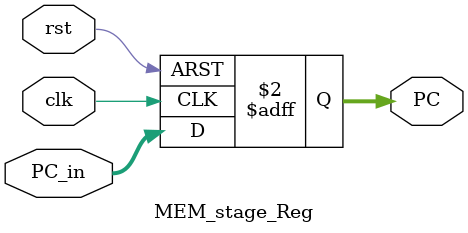
<source format=v>
module IF_stage_Reg(input clk, rst, freeze, flush,
input [31:0] PC_in, Instruction_in, output reg [31:0] PC, Instruction
);

always @(posedge clk, posedge rst) begin
    if(rst) begin
        PC <= 32'b0;
        Instruction <=32'b0;
    end
    else if(clk) begin
        PC<=PC_in;
        Instruction<=Instruction_in;
    end
end
endmodule

module ID_stage_Reg(input clk, rst, input [31:0] PC_in, output reg [31:0] PC);
always @(posedge clk, posedge rst) begin
    if(rst) begin
        PC <= 32'b0;
    end
    else if(clk) begin
        PC<=PC_in;
    end
end
endmodule
module EX_stage_Reg(input clk, rst, input [31:0] PC_in, output reg [31:0] PC);
always @(posedge clk, posedge rst) begin
    if(rst) begin
        PC <= 32'b0;
    end
    else if(clk) begin
        PC<=PC_in;
    end
end
endmodule
module MEM_stage_Reg(input clk, rst, input [31:0] PC_in, output reg [31:0] PC);
always @(posedge clk, posedge rst) begin
    if(rst) begin
        PC <= 32'b0;
    end
    else if(clk) begin
        PC<=PC_in;
    end
end
endmodule


</source>
